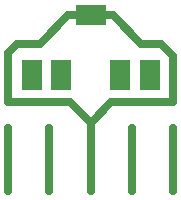
<source format=gbl>
G04 #@! TF.GenerationSoftware,KiCad,Pcbnew,(5.1.0)-1*
G04 #@! TF.CreationDate,2019-05-30T22:43:58-04:00*
G04 #@! TF.ProjectId,phoenix-adapter-output,70686f65-6e69-4782-9d61-646170746572,0.1*
G04 #@! TF.SameCoordinates,Original*
G04 #@! TF.FileFunction,Copper,L2,Bot*
G04 #@! TF.FilePolarity,Positive*
%FSLAX46Y46*%
G04 Gerber Fmt 4.6, Leading zero omitted, Abs format (unit mm)*
G04 Created by KiCad (PCBNEW (5.1.0)-1) date 2019-05-30 22:43:58*
%MOMM*%
%LPD*%
G04 APERTURE LIST*
%ADD10R,1.800000X2.500000*%
%ADD11R,2.500000X1.800000*%
%ADD12C,0.609600*%
%ADD13C,0.635000*%
G04 APERTURE END LIST*
D10*
X144700000Y-116800000D03*
X134700000Y-116800000D03*
D11*
X139700000Y-111800000D03*
D10*
X142200000Y-116800000D03*
X137200000Y-116800000D03*
D12*
X143200000Y-121300000D03*
X139700000Y-121300000D03*
X132700000Y-121300000D03*
X146700000Y-121300000D03*
X136200000Y-121300000D03*
D13*
X143200000Y-121300000D02*
X143200000Y-126700000D01*
X139700000Y-121300000D02*
X139700000Y-126700000D01*
X132700000Y-121300000D02*
X132700000Y-126700000D01*
X146700000Y-121300000D02*
X146700000Y-126700000D01*
X136200000Y-121300000D02*
X136200000Y-126700000D01*
X137815000Y-111800000D02*
X135442000Y-114173000D01*
X139700000Y-111800000D02*
X137815000Y-111800000D01*
X135442000Y-114173000D02*
X133477000Y-114173000D01*
X133477000Y-114173000D02*
X132700000Y-114950000D01*
X137942052Y-119111000D02*
X139700000Y-120868948D01*
X132700000Y-119111000D02*
X137942052Y-119111000D01*
X132700000Y-114950000D02*
X132700000Y-119111000D01*
X141585000Y-111800000D02*
X143958000Y-114173000D01*
X139700000Y-111800000D02*
X141585000Y-111800000D01*
X143958000Y-114173000D02*
X145669000Y-114173000D01*
X145669000Y-114173000D02*
X146700000Y-115204000D01*
X139700000Y-120868948D02*
X139700000Y-121300000D01*
X141427948Y-119141000D02*
X139700000Y-120868948D01*
X146700000Y-115204000D02*
X146700000Y-119141000D01*
X146700000Y-119141000D02*
X143114000Y-119141000D01*
X143114000Y-119141000D02*
X141427948Y-119141000D01*
M02*

</source>
